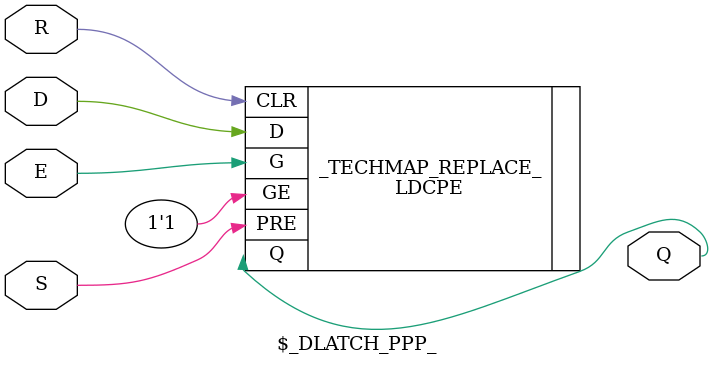
<source format=v>

/*
 *  yosys -- Yosys Open SYnthesis Suite
 *
 *  Copyright (C) 2012  Claire Xenia Wolf <claire@yosyshq.com>
 *
 *  Permission to use, copy, modify, and/or distribute this software for any
 *  purpose with or without fee is hereby granted, provided that the above
 *  copyright notice and this permission notice appear in all copies.
 *
 *  THE SOFTWARE IS PROVIDED "AS IS" AND THE AUTHOR DISCLAIMS ALL WARRANTIES
 *  WITH REGARD TO THIS SOFTWARE INCLUDING ALL IMPLIED WARRANTIES OF
 *  MERCHANTABILITY AND FITNESS. IN NO EVENT SHALL THE AUTHOR BE LIABLE FOR
 *  ANY SPECIAL, DIRECT, INDIRECT, OR CONSEQUENTIAL DAMAGES OR ANY DAMAGES
 *  WHATSOEVER RESULTING FROM LOSS OF USE, DATA OR PROFITS, WHETHER IN AN
 *  ACTION OF CONTRACT, NEGLIGENCE OR OTHER TORTIOUS ACTION, ARISING OUT OF
 *  OR IN CONNECTION WITH THE USE OR PERFORMANCE OF THIS SOFTWARE.
 *
 */

`ifndef _NO_FFS

// Async reset, enable.

module  \$_DFFE_NP0P_ (input D, C, E, R, output Q);
  parameter _TECHMAP_WIREINIT_Q_ = 1'bx;
  FDCE_1 #(.INIT(_TECHMAP_WIREINIT_Q_)) _TECHMAP_REPLACE_ (.D(D), .Q(Q), .C(C), .CE(E), .CLR(R));
  wire _TECHMAP_REMOVEINIT_Q_ = 1;
endmodule
module  \$_DFFE_PP0P_ (input D, C, E, R, output Q);
  parameter _TECHMAP_WIREINIT_Q_ = 1'bx;
  FDCE   #(.INIT(_TECHMAP_WIREINIT_Q_)) _TECHMAP_REPLACE_ (.D(D), .Q(Q), .C(C), .CE(E), .CLR(R));
  wire _TECHMAP_REMOVEINIT_Q_ = 1;
endmodule

module  \$_DFFE_NP1P_ (input D, C, E, R, output Q);
  parameter _TECHMAP_WIREINIT_Q_ = 1'bx;
  FDPE_1 #(.INIT(_TECHMAP_WIREINIT_Q_)) _TECHMAP_REPLACE_ (.D(D), .Q(Q), .C(C), .CE(E), .PRE(R));
  wire _TECHMAP_REMOVEINIT_Q_ = 1;
endmodule
module  \$_DFFE_PP1P_ (input D, C, E, R, output Q);
  parameter _TECHMAP_WIREINIT_Q_ = 1'bx;
  FDPE   #(.INIT(_TECHMAP_WIREINIT_Q_)) _TECHMAP_REPLACE_ (.D(D), .Q(Q), .C(C), .CE(E), .PRE(R));
  wire _TECHMAP_REMOVEINIT_Q_ = 1;
endmodule

// Async set and reset, enable.

module  \$_DFFSRE_NPPP_ (input D, C, E, S, R, output Q);
  parameter _TECHMAP_WIREINIT_Q_ = 1'bx;
  FDCPE #(.INIT(_TECHMAP_WIREINIT_Q_), .IS_C_INVERTED(1'b1)) _TECHMAP_REPLACE_ (.D(D), .Q(Q), .C(C), .CE(E), .CLR(R), .PRE(S));
  wire _TECHMAP_REMOVEINIT_Q_ = 1;
endmodule
module  \$_DFFSRE_PPPP_ (input D, C, E, S, R, output Q);
  parameter _TECHMAP_WIREINIT_Q_ = 1'bx;
  FDCPE   #(.INIT(_TECHMAP_WIREINIT_Q_)) _TECHMAP_REPLACE_ (.D(D), .Q(Q), .C(C), .CE(E), .CLR(R), .PRE(S));
  wire _TECHMAP_REMOVEINIT_Q_ = 1;
endmodule

// Sync reset, enable.

module  \$_SDFFE_NP0P_ (input D, C, E, R, output Q);
  parameter _TECHMAP_WIREINIT_Q_ = 1'bx;
  FDRE_1 #(.INIT(_TECHMAP_WIREINIT_Q_)) _TECHMAP_REPLACE_ (.D(D), .Q(Q), .C(C), .CE(E), .R(R));
  wire _TECHMAP_REMOVEINIT_Q_ = 1;
endmodule
module  \$_SDFFE_PP0P_ (input D, C, E, R, output Q);
  parameter _TECHMAP_WIREINIT_Q_ = 1'bx;
  FDRE   #(.INIT(_TECHMAP_WIREINIT_Q_)) _TECHMAP_REPLACE_ (.D(D), .Q(Q), .C(C), .CE(E), .R(R));
  wire _TECHMAP_REMOVEINIT_Q_ = 1;
endmodule

module  \$_SDFFE_NP1P_ (input D, C, E, R, output Q);
  parameter _TECHMAP_WIREINIT_Q_ = 1'bx;
  FDSE_1 #(.INIT(_TECHMAP_WIREINIT_Q_)) _TECHMAP_REPLACE_ (.D(D), .Q(Q), .C(C), .CE(E), .S(R));
  wire _TECHMAP_REMOVEINIT_Q_ = 1;
endmodule
module  \$_SDFFE_PP1P_ (input D, C, E, R, output Q);
  parameter _TECHMAP_WIREINIT_Q_ = 1'bx;
  FDSE   #(.INIT(_TECHMAP_WIREINIT_Q_)) _TECHMAP_REPLACE_ (.D(D), .Q(Q), .C(C), .CE(E), .S(R));
  wire _TECHMAP_REMOVEINIT_Q_ = 1;
endmodule

// Latches with reset.

module  \$_DLATCH_NP0_ (input E, R, D, output Q);
  parameter _TECHMAP_WIREINIT_Q_ = 1'bx;
  LDCE #(.INIT(_TECHMAP_WIREINIT_Q_), .IS_G_INVERTED(1'b1)) _TECHMAP_REPLACE_ (.D(D), .Q(Q), .G(E), .GE(1'b1), .CLR(R));
  wire _TECHMAP_REMOVEINIT_Q_ = 1;
endmodule
module  \$_DLATCH_PP0_ (input E, R, D, output Q);
  parameter _TECHMAP_WIREINIT_Q_ = 1'bx;
  LDCE   #(.INIT(_TECHMAP_WIREINIT_Q_)) _TECHMAP_REPLACE_ (.D(D), .Q(Q), .G(E), .GE(1'b1), .CLR(R));
  wire _TECHMAP_REMOVEINIT_Q_ = 1;
endmodule
module  \$_DLATCH_NP1_ (input E, R, D, output Q);
  parameter _TECHMAP_WIREINIT_Q_ = 1'bx;
  LDPE #(.INIT(_TECHMAP_WIREINIT_Q_), .IS_G_INVERTED(1'b1)) _TECHMAP_REPLACE_ (.D(D), .Q(Q), .G(E), .GE(1'b1), .PRE(R));
  wire _TECHMAP_REMOVEINIT_Q_ = 1;
endmodule
module  \$_DLATCH_PP1_ (input E, R, D, output Q);
  parameter _TECHMAP_WIREINIT_Q_ = 1'bx;
  LDPE   #(.INIT(_TECHMAP_WIREINIT_Q_)) _TECHMAP_REPLACE_ (.D(D), .Q(Q), .G(E), .GE(1'b1), .PRE(R));
  wire _TECHMAP_REMOVEINIT_Q_ = 1;
endmodule

// Latches with set and reset.

module  \$_DLATCH_NPP_ (input E, S, R, D, output Q);
  parameter _TECHMAP_WIREINIT_Q_ = 1'bx;
  LDCPE #(.INIT(_TECHMAP_WIREINIT_Q_), .IS_G_INVERTED(1'b1)) _TECHMAP_REPLACE_ (.D(D), .Q(Q), .G(E), .GE(1'b1), .CLR(R), .PRE(S));
  wire _TECHMAP_REMOVEINIT_Q_ = 1;
endmodule
module  \$_DLATCH_PPP_ (input E, S, R, D, output Q);
  parameter _TECHMAP_WIREINIT_Q_ = 1'bx;
  LDCPE   #(.INIT(_TECHMAP_WIREINIT_Q_)) _TECHMAP_REPLACE_ (.D(D), .Q(Q), .G(E), .GE(1'b1), .CLR(R), .PRE(S));
  wire _TECHMAP_REMOVEINIT_Q_ = 1;
endmodule

`endif


</source>
